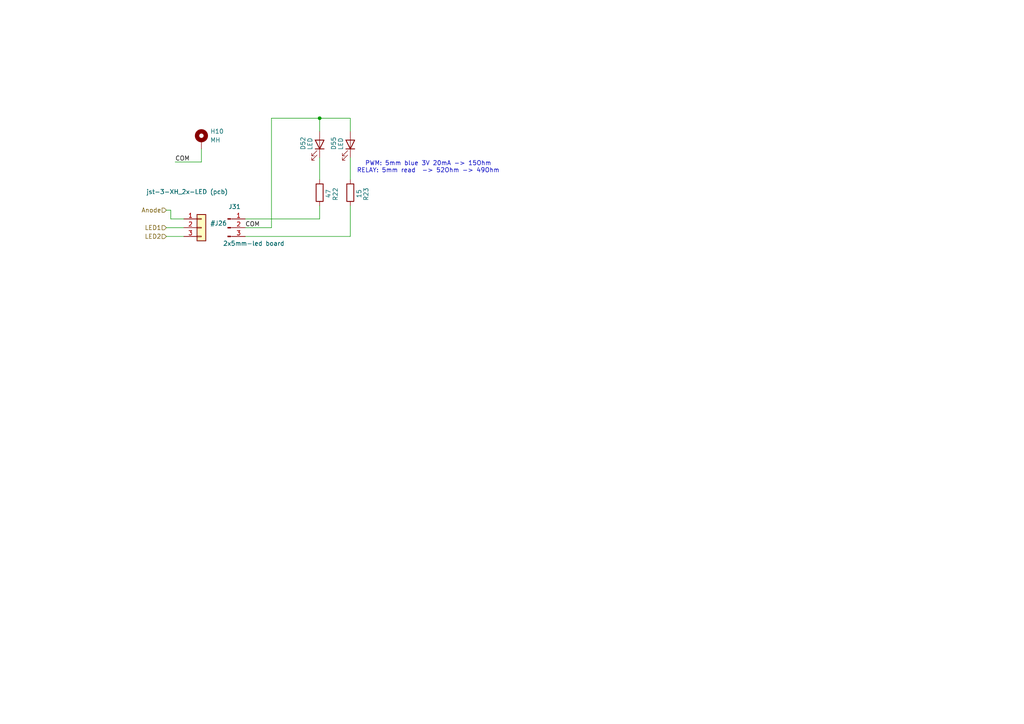
<source format=kicad_sch>
(kicad_sch (version 20231120) (generator "eeschema") (generator_version "8.0")
  (paper "A4")
  (lib_symbols
    (symbol "Connector:Conn_01x03_Pin" (pin_names (offset 1.016) hide)
      (property "Reference" "J" (at 0 5.08 0))
      (property "Value" "Conn_01x03_Pin" (at 0 -5.08 0))
      (symbol "Conn_01x03_Pin_1_1"
        (polyline (pts (xy 1.27 -2.54) (xy 0.8636 -2.54)) (stroke (width 0.1524)))
        (polyline (pts (xy 1.27 0) (xy 0.8636 0)) (stroke (width 0.1524)))
        (polyline (pts (xy 1.27 2.54) (xy 0.8636 2.54)) (stroke (width 0.1524)))
        (rectangle (start 0.8636 -2.413) (end 0 -2.667) (stroke (width 0.1524)) (fill (type outline)))
        (rectangle (start 0.8636 0.127) (end 0 -0.127) (stroke (width 0.1524)) (fill (type outline)))
        (rectangle (start 0.8636 2.667) (end 0 2.413) (stroke (width 0.1524)) (fill (type outline)))
        (pin passive line (at 5.08 2.54 180) (length 3.81) (name "Pin_1") (number "1"))
        (pin passive line (at 5.08 0 180) (length 3.81) (name "Pin_2") (number "2"))
        (pin passive line (at 5.08 -2.54 180) (length 3.81) (name "Pin_3") (number "3"))
      )
    )
    (symbol "Connector_Generic:Conn_01x03" (pin_names (offset 1.016) hide)
      (property "Reference" "J" (at 0 5.08 0))
      (property "Value" "Conn_01x03" (at 0 -5.08 0))
      (symbol "Conn_01x03_1_1"
        (rectangle (start -1.27 -2.413) (end 0 -2.667) (stroke (width 0.1524)))
        (rectangle (start -1.27 0.127) (end 0 -0.127) (stroke (width 0.1524)))
        (rectangle (start -1.27 2.667) (end 0 2.413) (stroke (width 0.1524)))
        (rectangle (start -1.27 3.81) (end 1.27 -3.81) (stroke (width 0.254)) (fill (type background)))
        (pin passive line (at -5.08 2.54 0) (length 3.81) (name "Pin_1") (number "1"))
        (pin passive line (at -5.08 0 0) (length 3.81) (name "Pin_2") (number "2"))
        (pin passive line (at -5.08 -2.54 0) (length 3.81) (name "Pin_3") (number "3"))
      )
    )
    (symbol "Device:LED" (pin_numbers hide) (pin_names (offset 1.016) hide)
      (property "Reference" "D" (at 0 2.54 0))
      (property "Value" "LED" (at 0 -2.54 0))
      (symbol "LED_0_1"
        (polyline (pts (xy -1.27 -1.27) (xy -1.27 1.27)) (stroke (width 0.254)))
        (polyline (pts (xy -1.27 0) (xy 1.27 0)))
        (polyline (pts (xy 1.27 -1.27) (xy 1.27 1.27) (xy -1.27 0) (xy 1.27 -1.27)) (stroke (width 0.254)))
        (polyline (pts (xy -3.048 -0.762) (xy -4.572 -2.286) (xy -3.81 -2.286) (xy -4.572 -2.286) (xy -4.572 -1.524)))
        (polyline (pts (xy -1.778 -0.762) (xy -3.302 -2.286) (xy -2.54 -2.286) (xy -3.302 -2.286) (xy -3.302 -1.524)))
      )
      (symbol "LED_1_1"
        (pin passive line (at -3.81 0 0) (length 2.54) (name "K") (number "1"))
        (pin passive line (at 3.81 0 180) (length 2.54) (name "A") (number "2"))
      )
    )
    (symbol "Device:R" (pin_numbers hide) (pin_names (offset 0))
      (property "Reference" "R" (at 2.032 0 90))
      (property "Value" "R" (at 0 0 90))
      (symbol "R_0_1"
        (rectangle (start -1.016 -2.54) (end 1.016 2.54) (stroke (width 0.254)))
      )
      (symbol "R_1_1"
        (pin passive line (at 0 3.81 270) (length 1.27) (name "~") (number "1"))
        (pin passive line (at 0 -3.81 90) (length 1.27) (name "~") (number "2"))
      )
    )
    (symbol "Mechanical:MountingHole_Pad" (pin_numbers hide) (pin_names (offset 1.016) hide) (exclude_from_sim yes) (in_bom no)
      (property "Reference" "H" (at 0 6.35 0))
      (property "Value" "MountingHole_Pad" (at 0 4.445 0))
      (symbol "MountingHole_Pad_0_1"
        (circle (center 0 1.27) (radius 1.27) (stroke (width 1.27)))
      )
      (symbol "MountingHole_Pad_1_1"
        (pin input line (at 0 -2.54 90) (length 2.54) (name "1") (number "1"))
      )
    )
  )
  (junction (at 92.71 34.29))
  (wire (pts (xy 92.71 34.29) (xy 92.71 38.1)))
  (wire (pts (xy 48.26 60.96) (xy 49.53 60.96)))
  (wire (pts (xy 71.12 68.58) (xy 101.6 68.58)))
  (wire (pts (xy 78.74 34.29) (xy 78.74 66.04)))
  (wire (pts (xy 101.6 45.72) (xy 101.6 52.07)))
  (wire (pts (xy 58.42 46.99) (xy 58.42 43.18)))
  (wire (pts (xy 92.71 34.29) (xy 101.6 34.29)))
  (wire (pts (xy 49.53 60.96) (xy 49.53 63.5)))
  (wire (pts (xy 78.74 34.29) (xy 92.71 34.29)))
  (wire (pts (xy 78.74 66.04) (xy 71.12 66.04)))
  (wire (pts (xy 101.6 34.29) (xy 101.6 38.1)))
  (wire (pts (xy 101.6 68.58) (xy 101.6 59.69)))
  (wire (pts (xy 92.71 59.69) (xy 92.71 63.5)))
  (wire (pts (xy 50.8 46.99) (xy 58.42 46.99)))
  (wire (pts (xy 92.71 63.5) (xy 71.12 63.5)))
  (wire (pts (xy 49.53 63.5) (xy 53.34 63.5)))
  (wire (pts (xy 48.26 68.58) (xy 53.34 68.58)))
  (wire (pts (xy 92.71 45.72) (xy 92.71 52.07)))
  (wire (pts (xy 48.26 66.04) (xy 53.34 66.04)))
  (text "PWM: 5mm blue 3V 20mA -> 15Ohm\nRELAY: 5mm read  -> 52Ohm -> 49Ohm" (at 124.206 48.514 0) (effects (font (size 1.27 1.27))))
  (label "COM" (at 71.12 66.04 0))
  (label "COM" (at 50.8 46.99 0))
  (hierarchical_label "LED1" (shape input) (at 48.26 66.04 180))
  (hierarchical_label "LED2" (shape input) (at 48.26 68.58 180))
  (hierarchical_label "Anode" (shape input) (at 48.26 60.96 180))
  (symbol (lib_id "Device:LED") (at 92.71 41.91 270) (mirror x) (unit 1)
    (property "Reference" "D52" (at 87.884 39.624 0) (effects (justify right)))
    (property "Value" "LED" (at 89.916 39.878 0) (effects (justify right)))
    (property "Footprint" "LED_THT:LED_D5.0mm_IRGrey" (effects (hide yes)))
    (property "Datasheet" "https://www.conrad.de/de/p/quadrios-2111o156-led-bedrahtet-blau-rund-5-mm-1300-mcd-30-20-ma-3-v-2583897.html   https://www.conrad.de/de/p/vossloh-schwabe-wu-8-53hd-led-bedrahtet-rot-rund-5-mm-14-mcd-60-20-ma-2-25-v-184543.html" (effects (hide yes)))
    (property "Description" "Light emitting diode" (effects (hide yes)))
    (instances (project "pi-interface-board_v1.0" (path "" (reference "D52") (unit 1)) (path "" (reference "D34") (unit 1))))
  )
  (symbol (lib_id "Mechanical:MountingHole_Pad") (at 58.42 40.64 0) (unit 1) (exclude_from_sim yes) (in_bom no)
    (property "Reference" "H10" (at 60.96 38.0999 0) (effects (justify left)))
    (property "Value" "MH" (at 60.96 40.6399 0) (effects (justify left)))
    (property "Footprint" "custom-footprints1:MountingHole_2.2mm_NPTH-with-pad" (effects (hide yes)))
    (property "Description" "Mounting Hole with connection" (effects (hide yes)))
    (instances (project "" (path "" (reference "H10") (unit 1)) (path "" (reference "H9") (unit 1))))
  )
  (symbol (lib_id "Device:R") (at 92.71 55.88 0) (unit 1)
    (property "Reference" "R22" (at 97.282 54.356 90) (effects (justify right)))
    (property "Value" "47" (at 95.25 54.864 90) (effects (justify right)))
    (property "Footprint" "Resistor_THT:R_Axial_DIN0207_L6.3mm_D2.5mm_P7.62mm_Horizontal" (effects (hide yes)))
    (property "Datasheet" "sortiment" (effects (hide yes)))
    (property "Description" "Resistor" (effects (hide yes)))
    (instances (project "pi-interface-board_v1.0" (path "" (reference "R22") (unit 1)) (path "" (reference "R4") (unit 1))))
  )
  (symbol (lib_id "Connector:Conn_01x03_Pin") (at 66.04 66.04 0) (unit 1)
    (property "Reference" "J31" (at 69.85 59.944 0) (effects (justify right)))
    (property "Value" "2x5mm-led board" (at 82.55 70.612 0) (effects (justify right)))
    (property "Footprint" "Connector_PinHeader_2.54mm:PinHeader_1x03_P2.54mm_Vertical" (effects (hide yes)))
    (property "Description" "Generic connector, single row, 01x03, script generated" (effects (hide yes)))
    (instances (project "pi-interface-board_v1.0" (path "" (reference "J31") (unit 1)) (path "" (reference "J30") (unit 1))))
  )
  (symbol (lib_id "Connector_Generic:Conn_01x03") (at 58.42 66.04 0) (unit 1)
    (property "Reference" "#J26" (at 60.96 64.7699 0) (effects (justify left)))
    (property "Value" "jst-3-XH_2x-LED (pcb)" (at 42.418 55.626 0) (effects (justify left)))
    (property "Footprint" "Connector_JST:JST_XH_B3B-XH-A_1x03_P2.50mm_Vertical" (effects (hide yes)))
    (property "Datasheet" "https://www.ebay.de/itm/183466543983" (effects (hide yes)))
    (property "Description" "Generic connector, single row, 01x03, script generated (kicad-library-utils/schlib/autogen/connector/)" (effects (hide yes)))
    (instances (project "" (path "" (reference "#J26") (unit 1)) (path "" (reference "#J24") (unit 1))))
  )
  (symbol (lib_id "Device:LED") (at 101.6 41.91 270) (mirror x) (unit 1)
    (property "Reference" "D55" (at 96.774 39.624 0) (effects (justify right)))
    (property "Value" "LED" (at 98.806 39.878 0) (effects (justify right)))
    (property "Footprint" "LED_THT:LED_D5.0mm_IRGrey" (effects (hide yes)))
    (property "Datasheet" "https://www.conrad.de/de/p/quadrios-2111o156-led-bedrahtet-blau-rund-5-mm-1300-mcd-30-20-ma-3-v-2583897.html   https://www.conrad.de/de/p/vossloh-schwabe-wu-8-53hd-led-bedrahtet-rot-rund-5-mm-14-mcd-60-20-ma-2-25-v-184543.html" (effects (hide yes)))
    (property "Description" "Light emitting diode" (effects (hide yes)))
    (instances (project "pi-interface-board_v1.0" (path "" (reference "D55") (unit 1)) (path "" (reference "D45") (unit 1))))
  )
  (symbol (lib_id "Device:R") (at 101.6 55.88 0) (unit 1)
    (property "Reference" "R23" (at 106.172 54.356 90) (effects (justify right)))
    (property "Value" "15" (at 104.14 54.864 90) (effects (justify right)))
    (property "Footprint" "Resistor_THT:R_Axial_DIN0207_L6.3mm_D2.5mm_P7.62mm_Horizontal" (effects (hide yes)))
    (property "Datasheet" "https://www.reichelt.com/be/en/shop/product/metal_film_resistor_15_0_ohm-11521" (effects (hide yes)))
    (property "Description" "Resistor" (effects (hide yes)))
    (instances (project "pi-interface-board_v1.0" (path "" (reference "R23") (unit 1)) (path "" (reference "R14") (unit 1))))
  )
)
</source>
